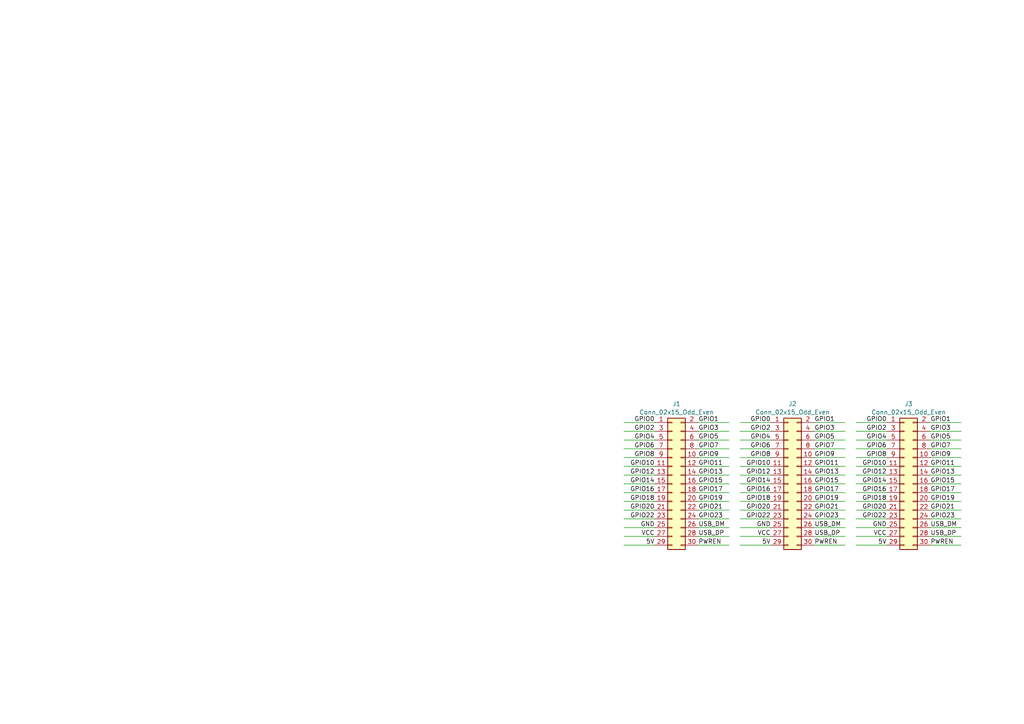
<source format=kicad_sch>
(kicad_sch (version 20230121) (generator eeschema)

  (uuid 6d75e1fe-ed6d-4a3e-b567-8f738e081ac6)

  (paper "A4")

  (lib_symbols
    (symbol "Connector_Generic:Conn_02x15_Odd_Even" (pin_names (offset 1.016) hide) (in_bom yes) (on_board yes)
      (property "Reference" "J" (at 1.27 20.32 0)
        (effects (font (size 1.27 1.27)))
      )
      (property "Value" "Conn_02x15_Odd_Even" (at 1.27 -20.32 0)
        (effects (font (size 1.27 1.27)))
      )
      (property "Footprint" "" (at 0 0 0)
        (effects (font (size 1.27 1.27)) hide)
      )
      (property "Datasheet" "~" (at 0 0 0)
        (effects (font (size 1.27 1.27)) hide)
      )
      (property "ki_keywords" "connector" (at 0 0 0)
        (effects (font (size 1.27 1.27)) hide)
      )
      (property "ki_description" "Generic connector, double row, 02x15, odd/even pin numbering scheme (row 1 odd numbers, row 2 even numbers), script generated (kicad-library-utils/schlib/autogen/connector/)" (at 0 0 0)
        (effects (font (size 1.27 1.27)) hide)
      )
      (property "ki_fp_filters" "Connector*:*_2x??_*" (at 0 0 0)
        (effects (font (size 1.27 1.27)) hide)
      )
      (symbol "Conn_02x15_Odd_Even_1_1"
        (rectangle (start -1.27 -17.653) (end 0 -17.907)
          (stroke (width 0.1524) (type default))
          (fill (type none))
        )
        (rectangle (start -1.27 -15.113) (end 0 -15.367)
          (stroke (width 0.1524) (type default))
          (fill (type none))
        )
        (rectangle (start -1.27 -12.573) (end 0 -12.827)
          (stroke (width 0.1524) (type default))
          (fill (type none))
        )
        (rectangle (start -1.27 -10.033) (end 0 -10.287)
          (stroke (width 0.1524) (type default))
          (fill (type none))
        )
        (rectangle (start -1.27 -7.493) (end 0 -7.747)
          (stroke (width 0.1524) (type default))
          (fill (type none))
        )
        (rectangle (start -1.27 -4.953) (end 0 -5.207)
          (stroke (width 0.1524) (type default))
          (fill (type none))
        )
        (rectangle (start -1.27 -2.413) (end 0 -2.667)
          (stroke (width 0.1524) (type default))
          (fill (type none))
        )
        (rectangle (start -1.27 0.127) (end 0 -0.127)
          (stroke (width 0.1524) (type default))
          (fill (type none))
        )
        (rectangle (start -1.27 2.667) (end 0 2.413)
          (stroke (width 0.1524) (type default))
          (fill (type none))
        )
        (rectangle (start -1.27 5.207) (end 0 4.953)
          (stroke (width 0.1524) (type default))
          (fill (type none))
        )
        (rectangle (start -1.27 7.747) (end 0 7.493)
          (stroke (width 0.1524) (type default))
          (fill (type none))
        )
        (rectangle (start -1.27 10.287) (end 0 10.033)
          (stroke (width 0.1524) (type default))
          (fill (type none))
        )
        (rectangle (start -1.27 12.827) (end 0 12.573)
          (stroke (width 0.1524) (type default))
          (fill (type none))
        )
        (rectangle (start -1.27 15.367) (end 0 15.113)
          (stroke (width 0.1524) (type default))
          (fill (type none))
        )
        (rectangle (start -1.27 17.907) (end 0 17.653)
          (stroke (width 0.1524) (type default))
          (fill (type none))
        )
        (rectangle (start -1.27 19.05) (end 3.81 -19.05)
          (stroke (width 0.254) (type default))
          (fill (type background))
        )
        (rectangle (start 3.81 -17.653) (end 2.54 -17.907)
          (stroke (width 0.1524) (type default))
          (fill (type none))
        )
        (rectangle (start 3.81 -15.113) (end 2.54 -15.367)
          (stroke (width 0.1524) (type default))
          (fill (type none))
        )
        (rectangle (start 3.81 -12.573) (end 2.54 -12.827)
          (stroke (width 0.1524) (type default))
          (fill (type none))
        )
        (rectangle (start 3.81 -10.033) (end 2.54 -10.287)
          (stroke (width 0.1524) (type default))
          (fill (type none))
        )
        (rectangle (start 3.81 -7.493) (end 2.54 -7.747)
          (stroke (width 0.1524) (type default))
          (fill (type none))
        )
        (rectangle (start 3.81 -4.953) (end 2.54 -5.207)
          (stroke (width 0.1524) (type default))
          (fill (type none))
        )
        (rectangle (start 3.81 -2.413) (end 2.54 -2.667)
          (stroke (width 0.1524) (type default))
          (fill (type none))
        )
        (rectangle (start 3.81 0.127) (end 2.54 -0.127)
          (stroke (width 0.1524) (type default))
          (fill (type none))
        )
        (rectangle (start 3.81 2.667) (end 2.54 2.413)
          (stroke (width 0.1524) (type default))
          (fill (type none))
        )
        (rectangle (start 3.81 5.207) (end 2.54 4.953)
          (stroke (width 0.1524) (type default))
          (fill (type none))
        )
        (rectangle (start 3.81 7.747) (end 2.54 7.493)
          (stroke (width 0.1524) (type default))
          (fill (type none))
        )
        (rectangle (start 3.81 10.287) (end 2.54 10.033)
          (stroke (width 0.1524) (type default))
          (fill (type none))
        )
        (rectangle (start 3.81 12.827) (end 2.54 12.573)
          (stroke (width 0.1524) (type default))
          (fill (type none))
        )
        (rectangle (start 3.81 15.367) (end 2.54 15.113)
          (stroke (width 0.1524) (type default))
          (fill (type none))
        )
        (rectangle (start 3.81 17.907) (end 2.54 17.653)
          (stroke (width 0.1524) (type default))
          (fill (type none))
        )
        (pin passive line (at -5.08 17.78 0) (length 3.81)
          (name "Pin_1" (effects (font (size 1.27 1.27))))
          (number "1" (effects (font (size 1.27 1.27))))
        )
        (pin passive line (at 7.62 7.62 180) (length 3.81)
          (name "Pin_10" (effects (font (size 1.27 1.27))))
          (number "10" (effects (font (size 1.27 1.27))))
        )
        (pin passive line (at -5.08 5.08 0) (length 3.81)
          (name "Pin_11" (effects (font (size 1.27 1.27))))
          (number "11" (effects (font (size 1.27 1.27))))
        )
        (pin passive line (at 7.62 5.08 180) (length 3.81)
          (name "Pin_12" (effects (font (size 1.27 1.27))))
          (number "12" (effects (font (size 1.27 1.27))))
        )
        (pin passive line (at -5.08 2.54 0) (length 3.81)
          (name "Pin_13" (effects (font (size 1.27 1.27))))
          (number "13" (effects (font (size 1.27 1.27))))
        )
        (pin passive line (at 7.62 2.54 180) (length 3.81)
          (name "Pin_14" (effects (font (size 1.27 1.27))))
          (number "14" (effects (font (size 1.27 1.27))))
        )
        (pin passive line (at -5.08 0 0) (length 3.81)
          (name "Pin_15" (effects (font (size 1.27 1.27))))
          (number "15" (effects (font (size 1.27 1.27))))
        )
        (pin passive line (at 7.62 0 180) (length 3.81)
          (name "Pin_16" (effects (font (size 1.27 1.27))))
          (number "16" (effects (font (size 1.27 1.27))))
        )
        (pin passive line (at -5.08 -2.54 0) (length 3.81)
          (name "Pin_17" (effects (font (size 1.27 1.27))))
          (number "17" (effects (font (size 1.27 1.27))))
        )
        (pin passive line (at 7.62 -2.54 180) (length 3.81)
          (name "Pin_18" (effects (font (size 1.27 1.27))))
          (number "18" (effects (font (size 1.27 1.27))))
        )
        (pin passive line (at -5.08 -5.08 0) (length 3.81)
          (name "Pin_19" (effects (font (size 1.27 1.27))))
          (number "19" (effects (font (size 1.27 1.27))))
        )
        (pin passive line (at 7.62 17.78 180) (length 3.81)
          (name "Pin_2" (effects (font (size 1.27 1.27))))
          (number "2" (effects (font (size 1.27 1.27))))
        )
        (pin passive line (at 7.62 -5.08 180) (length 3.81)
          (name "Pin_20" (effects (font (size 1.27 1.27))))
          (number "20" (effects (font (size 1.27 1.27))))
        )
        (pin passive line (at -5.08 -7.62 0) (length 3.81)
          (name "Pin_21" (effects (font (size 1.27 1.27))))
          (number "21" (effects (font (size 1.27 1.27))))
        )
        (pin passive line (at 7.62 -7.62 180) (length 3.81)
          (name "Pin_22" (effects (font (size 1.27 1.27))))
          (number "22" (effects (font (size 1.27 1.27))))
        )
        (pin passive line (at -5.08 -10.16 0) (length 3.81)
          (name "Pin_23" (effects (font (size 1.27 1.27))))
          (number "23" (effects (font (size 1.27 1.27))))
        )
        (pin passive line (at 7.62 -10.16 180) (length 3.81)
          (name "Pin_24" (effects (font (size 1.27 1.27))))
          (number "24" (effects (font (size 1.27 1.27))))
        )
        (pin passive line (at -5.08 -12.7 0) (length 3.81)
          (name "Pin_25" (effects (font (size 1.27 1.27))))
          (number "25" (effects (font (size 1.27 1.27))))
        )
        (pin passive line (at 7.62 -12.7 180) (length 3.81)
          (name "Pin_26" (effects (font (size 1.27 1.27))))
          (number "26" (effects (font (size 1.27 1.27))))
        )
        (pin passive line (at -5.08 -15.24 0) (length 3.81)
          (name "Pin_27" (effects (font (size 1.27 1.27))))
          (number "27" (effects (font (size 1.27 1.27))))
        )
        (pin passive line (at 7.62 -15.24 180) (length 3.81)
          (name "Pin_28" (effects (font (size 1.27 1.27))))
          (number "28" (effects (font (size 1.27 1.27))))
        )
        (pin passive line (at -5.08 -17.78 0) (length 3.81)
          (name "Pin_29" (effects (font (size 1.27 1.27))))
          (number "29" (effects (font (size 1.27 1.27))))
        )
        (pin passive line (at -5.08 15.24 0) (length 3.81)
          (name "Pin_3" (effects (font (size 1.27 1.27))))
          (number "3" (effects (font (size 1.27 1.27))))
        )
        (pin passive line (at 7.62 -17.78 180) (length 3.81)
          (name "Pin_30" (effects (font (size 1.27 1.27))))
          (number "30" (effects (font (size 1.27 1.27))))
        )
        (pin passive line (at 7.62 15.24 180) (length 3.81)
          (name "Pin_4" (effects (font (size 1.27 1.27))))
          (number "4" (effects (font (size 1.27 1.27))))
        )
        (pin passive line (at -5.08 12.7 0) (length 3.81)
          (name "Pin_5" (effects (font (size 1.27 1.27))))
          (number "5" (effects (font (size 1.27 1.27))))
        )
        (pin passive line (at 7.62 12.7 180) (length 3.81)
          (name "Pin_6" (effects (font (size 1.27 1.27))))
          (number "6" (effects (font (size 1.27 1.27))))
        )
        (pin passive line (at -5.08 10.16 0) (length 3.81)
          (name "Pin_7" (effects (font (size 1.27 1.27))))
          (number "7" (effects (font (size 1.27 1.27))))
        )
        (pin passive line (at 7.62 10.16 180) (length 3.81)
          (name "Pin_8" (effects (font (size 1.27 1.27))))
          (number "8" (effects (font (size 1.27 1.27))))
        )
        (pin passive line (at -5.08 7.62 0) (length 3.81)
          (name "Pin_9" (effects (font (size 1.27 1.27))))
          (number "9" (effects (font (size 1.27 1.27))))
        )
      )
    )
  )


  (wire (pts (xy 236.22 145.415) (xy 245.11 145.415))
    (stroke (width 0) (type default))
    (uuid 008c4758-e2b7-45b6-b178-fd486f2ebf80)
  )
  (wire (pts (xy 180.975 140.335) (xy 189.865 140.335))
    (stroke (width 0) (type default))
    (uuid 00c6cb26-d8c6-4ea1-a4ed-f7259efb967f)
  )
  (wire (pts (xy 180.975 127.635) (xy 189.865 127.635))
    (stroke (width 0) (type default))
    (uuid 03005d06-bf67-4f65-b3e6-b316e59faaca)
  )
  (wire (pts (xy 180.975 155.575) (xy 189.865 155.575))
    (stroke (width 0) (type default))
    (uuid 043259ac-7ebd-474d-bd7f-c0eef3925ed4)
  )
  (wire (pts (xy 269.875 147.955) (xy 278.765 147.955))
    (stroke (width 0) (type default))
    (uuid 09e757a3-807d-445b-ac70-ea5df31c8bd1)
  )
  (wire (pts (xy 202.565 145.415) (xy 211.455 145.415))
    (stroke (width 0) (type default))
    (uuid 0a922960-1b06-4bcd-8c9c-84e3f730192d)
  )
  (wire (pts (xy 202.565 147.955) (xy 211.455 147.955))
    (stroke (width 0) (type default))
    (uuid 0b7b1f0c-73d2-4729-8d74-82ec897bf41b)
  )
  (wire (pts (xy 214.63 125.095) (xy 223.52 125.095))
    (stroke (width 0) (type default))
    (uuid 0f0c3a4c-e2db-43c1-95b6-c2be9002aff6)
  )
  (wire (pts (xy 248.285 125.095) (xy 257.175 125.095))
    (stroke (width 0) (type default))
    (uuid 105dffe3-874b-4f51-beaa-ca3159e4d121)
  )
  (wire (pts (xy 269.875 137.795) (xy 278.765 137.795))
    (stroke (width 0) (type default))
    (uuid 10e9b8b1-013d-4ef6-b557-ae5c4ae1dcdc)
  )
  (wire (pts (xy 236.22 137.795) (xy 245.11 137.795))
    (stroke (width 0) (type default))
    (uuid 1227d8ef-7f52-40b5-9ff0-d4065fa9dee2)
  )
  (wire (pts (xy 269.875 125.095) (xy 278.765 125.095))
    (stroke (width 0) (type default))
    (uuid 14db3a04-09af-41f9-b93b-51de73af9457)
  )
  (wire (pts (xy 180.975 137.795) (xy 189.865 137.795))
    (stroke (width 0) (type default))
    (uuid 1548df38-1ecb-4885-a0e7-43c9fc28de8e)
  )
  (wire (pts (xy 248.285 137.795) (xy 257.175 137.795))
    (stroke (width 0) (type default))
    (uuid 17f3257d-bda6-4b04-9190-51066479ca6e)
  )
  (wire (pts (xy 202.565 130.175) (xy 211.455 130.175))
    (stroke (width 0) (type default))
    (uuid 19891853-f00a-4afd-b616-52100d9c8b89)
  )
  (wire (pts (xy 269.875 135.255) (xy 278.765 135.255))
    (stroke (width 0) (type default))
    (uuid 1a8c623f-2327-42c7-bb83-ed44fbccb2fc)
  )
  (wire (pts (xy 180.975 158.115) (xy 189.865 158.115))
    (stroke (width 0) (type default))
    (uuid 1e49edee-2ffe-4747-95ef-b9b31beec397)
  )
  (wire (pts (xy 214.63 137.795) (xy 223.52 137.795))
    (stroke (width 0) (type default))
    (uuid 1e56a8c1-0660-4b5d-b299-03547f501205)
  )
  (wire (pts (xy 248.285 142.875) (xy 257.175 142.875))
    (stroke (width 0) (type default))
    (uuid 20518732-85dd-4ed8-8d1f-3bd004abf44d)
  )
  (wire (pts (xy 214.63 127.635) (xy 223.52 127.635))
    (stroke (width 0) (type default))
    (uuid 27479d73-d8d8-4866-90ff-d4ce9bd7391c)
  )
  (wire (pts (xy 269.875 132.715) (xy 278.765 132.715))
    (stroke (width 0) (type default))
    (uuid 2749dc78-489f-418d-a0b6-3f10d0381b5a)
  )
  (wire (pts (xy 180.975 130.175) (xy 189.865 130.175))
    (stroke (width 0) (type default))
    (uuid 27a5d0a0-9df6-44fd-9e3c-0fc65a579fa2)
  )
  (wire (pts (xy 236.22 132.715) (xy 245.11 132.715))
    (stroke (width 0) (type default))
    (uuid 2d44b03f-0ec8-470f-8614-7d3bfe1aa21c)
  )
  (wire (pts (xy 214.63 135.255) (xy 223.52 135.255))
    (stroke (width 0) (type default))
    (uuid 300c59b5-6c14-4399-8b22-2c9c8519357d)
  )
  (wire (pts (xy 248.285 155.575) (xy 257.175 155.575))
    (stroke (width 0) (type default))
    (uuid 30a371d6-0363-48a3-aa3d-5c73d90075ca)
  )
  (wire (pts (xy 180.975 145.415) (xy 189.865 145.415))
    (stroke (width 0) (type default))
    (uuid 31e01f02-fc68-4726-89e7-8b236ebbe87c)
  )
  (wire (pts (xy 248.285 122.555) (xy 257.175 122.555))
    (stroke (width 0) (type default))
    (uuid 3b7364db-a50e-4b0e-9a27-1ec147faff66)
  )
  (wire (pts (xy 180.975 150.495) (xy 189.865 150.495))
    (stroke (width 0) (type default))
    (uuid 3b7a803e-6b56-4152-9a65-a4f1e82ae3b4)
  )
  (wire (pts (xy 236.22 125.095) (xy 245.11 125.095))
    (stroke (width 0) (type default))
    (uuid 3d888059-e213-4897-a84c-33209d17ee71)
  )
  (wire (pts (xy 269.875 122.555) (xy 278.765 122.555))
    (stroke (width 0) (type default))
    (uuid 3fa61e71-292f-4dea-af42-35b9174b5282)
  )
  (wire (pts (xy 180.975 147.955) (xy 189.865 147.955))
    (stroke (width 0) (type default))
    (uuid 4215b26d-cb9d-41e5-b29d-ce8bccd30053)
  )
  (wire (pts (xy 202.565 153.035) (xy 211.455 153.035))
    (stroke (width 0) (type default))
    (uuid 42448964-d62a-4ab5-8846-73df0e584021)
  )
  (wire (pts (xy 180.975 142.875) (xy 189.865 142.875))
    (stroke (width 0) (type default))
    (uuid 437ab72d-6563-4a37-8b1c-8f337bf1925c)
  )
  (wire (pts (xy 202.565 127.635) (xy 211.455 127.635))
    (stroke (width 0) (type default))
    (uuid 445378c6-8f9c-41c9-be21-aac465382911)
  )
  (wire (pts (xy 236.22 142.875) (xy 245.11 142.875))
    (stroke (width 0) (type default))
    (uuid 44751da6-0971-4e41-9d18-2b284249a479)
  )
  (wire (pts (xy 236.22 153.035) (xy 245.11 153.035))
    (stroke (width 0) (type default))
    (uuid 4499f6d2-0dc6-4858-8fab-a37f09e5d0ac)
  )
  (wire (pts (xy 236.22 155.575) (xy 245.11 155.575))
    (stroke (width 0) (type default))
    (uuid 4edba23e-c38a-4d54-8f29-059b2f3de6af)
  )
  (wire (pts (xy 248.285 135.255) (xy 257.175 135.255))
    (stroke (width 0) (type default))
    (uuid 524e3c95-8811-4660-b2a2-ccdf935da0a8)
  )
  (wire (pts (xy 202.565 137.795) (xy 211.455 137.795))
    (stroke (width 0) (type default))
    (uuid 5664aa39-c3a1-497e-a4a9-a5d2b3e6a5b3)
  )
  (wire (pts (xy 214.63 122.555) (xy 223.52 122.555))
    (stroke (width 0) (type default))
    (uuid 6019d1d1-7515-4a97-ae37-0cc834e6891a)
  )
  (wire (pts (xy 236.22 158.115) (xy 245.11 158.115))
    (stroke (width 0) (type default))
    (uuid 606a7ae3-0f42-4ce9-834e-bc53b279e922)
  )
  (wire (pts (xy 180.975 132.715) (xy 189.865 132.715))
    (stroke (width 0) (type default))
    (uuid 62570abb-3074-43d8-b630-8f0e11093a51)
  )
  (wire (pts (xy 202.565 135.255) (xy 211.455 135.255))
    (stroke (width 0) (type default))
    (uuid 641e1b86-7df9-4a58-a6e0-5e38c68d238c)
  )
  (wire (pts (xy 248.285 158.115) (xy 257.175 158.115))
    (stroke (width 0) (type default))
    (uuid 64fc724a-1276-43b8-be65-e3ad331db378)
  )
  (wire (pts (xy 269.875 153.035) (xy 278.765 153.035))
    (stroke (width 0) (type default))
    (uuid 65a19350-c461-4f54-b402-7bdf5a971fb2)
  )
  (wire (pts (xy 214.63 158.115) (xy 223.52 158.115))
    (stroke (width 0) (type default))
    (uuid 6cf860ff-422b-4a20-8170-c82afcbb0a36)
  )
  (wire (pts (xy 202.565 158.115) (xy 211.455 158.115))
    (stroke (width 0) (type default))
    (uuid 6d3e3fb9-26c5-4952-9c7f-1a42698363ee)
  )
  (wire (pts (xy 236.22 135.255) (xy 245.11 135.255))
    (stroke (width 0) (type default))
    (uuid 71b2bb34-d79e-4045-bcfa-cbe01feab281)
  )
  (wire (pts (xy 269.875 158.115) (xy 278.765 158.115))
    (stroke (width 0) (type default))
    (uuid 72871d46-e762-49be-81de-bca9cbe3a7aa)
  )
  (wire (pts (xy 269.875 145.415) (xy 278.765 145.415))
    (stroke (width 0) (type default))
    (uuid 760cfa3a-0dc2-4dda-ade2-f6d1a60b0687)
  )
  (wire (pts (xy 236.22 147.955) (xy 245.11 147.955))
    (stroke (width 0) (type default))
    (uuid 7a4256bf-1811-470a-adb3-ed22a8936064)
  )
  (wire (pts (xy 202.565 150.495) (xy 211.455 150.495))
    (stroke (width 0) (type default))
    (uuid 808a72e1-caee-4dd0-b9ed-31026c48923d)
  )
  (wire (pts (xy 248.285 130.175) (xy 257.175 130.175))
    (stroke (width 0) (type default))
    (uuid 81e643f9-5cd1-4a16-84ec-58841c8c4604)
  )
  (wire (pts (xy 180.975 135.255) (xy 189.865 135.255))
    (stroke (width 0) (type default))
    (uuid 83415129-d538-416f-8461-dd7fed6f5db2)
  )
  (wire (pts (xy 214.63 142.875) (xy 223.52 142.875))
    (stroke (width 0) (type default))
    (uuid 83b0a8af-2bd8-459e-9719-88cf69b65481)
  )
  (wire (pts (xy 248.285 132.715) (xy 257.175 132.715))
    (stroke (width 0) (type default))
    (uuid 88080631-7c0f-45a8-8800-3743d97b8ee8)
  )
  (wire (pts (xy 248.285 150.495) (xy 257.175 150.495))
    (stroke (width 0) (type default))
    (uuid 896e590a-0ec0-46f6-8e15-458b72cdf33a)
  )
  (wire (pts (xy 180.975 125.095) (xy 189.865 125.095))
    (stroke (width 0) (type default))
    (uuid 8a9910c6-d326-40c7-9c8e-1042d8e10ad3)
  )
  (wire (pts (xy 180.975 153.035) (xy 189.865 153.035))
    (stroke (width 0) (type default))
    (uuid 8ac2835b-e811-4d7e-b380-59d4d4ebd8a7)
  )
  (wire (pts (xy 248.285 140.335) (xy 257.175 140.335))
    (stroke (width 0) (type default))
    (uuid 8cba76bb-c21f-489b-8d9d-537ec6fe14da)
  )
  (wire (pts (xy 269.875 142.875) (xy 278.765 142.875))
    (stroke (width 0) (type default))
    (uuid 916cf654-586b-4163-a152-4bec3cb37a0b)
  )
  (wire (pts (xy 269.875 155.575) (xy 278.765 155.575))
    (stroke (width 0) (type default))
    (uuid 98ff90a9-f81f-43bc-83c5-34246bf9e077)
  )
  (wire (pts (xy 202.565 132.715) (xy 211.455 132.715))
    (stroke (width 0) (type default))
    (uuid 998ce977-ce10-41a4-a410-92f36c255c9a)
  )
  (wire (pts (xy 214.63 132.715) (xy 223.52 132.715))
    (stroke (width 0) (type default))
    (uuid 99c5c909-c8a0-46aa-899e-733434aca3c2)
  )
  (wire (pts (xy 214.63 155.575) (xy 223.52 155.575))
    (stroke (width 0) (type default))
    (uuid 9b320b04-3fdb-44db-afbf-65018d63edf8)
  )
  (wire (pts (xy 236.22 150.495) (xy 245.11 150.495))
    (stroke (width 0) (type default))
    (uuid aaedbfba-cffe-417c-ab07-c57c1a2996df)
  )
  (wire (pts (xy 214.63 147.955) (xy 223.52 147.955))
    (stroke (width 0) (type default))
    (uuid ac0ed416-0f62-49f2-8f7f-8f09b82ef9f2)
  )
  (wire (pts (xy 236.22 130.175) (xy 245.11 130.175))
    (stroke (width 0) (type default))
    (uuid ae9c6ff1-35e1-4651-89d1-c45675e35722)
  )
  (wire (pts (xy 248.285 147.955) (xy 257.175 147.955))
    (stroke (width 0) (type default))
    (uuid b213098a-0208-46c5-a942-3dedf6fc6864)
  )
  (wire (pts (xy 248.285 145.415) (xy 257.175 145.415))
    (stroke (width 0) (type default))
    (uuid b342d353-81a7-469f-b5b1-8baabb6863f8)
  )
  (wire (pts (xy 202.565 122.555) (xy 211.455 122.555))
    (stroke (width 0) (type default))
    (uuid b546d46b-3281-4be3-ac09-cb945fcc2085)
  )
  (wire (pts (xy 269.875 130.175) (xy 278.765 130.175))
    (stroke (width 0) (type default))
    (uuid b8c87ac7-59a7-428b-93dd-6814ee963f4a)
  )
  (wire (pts (xy 202.565 125.095) (xy 211.455 125.095))
    (stroke (width 0) (type default))
    (uuid bda73bfd-78b4-4bf8-bdae-3e15ba9c8f0e)
  )
  (wire (pts (xy 202.565 142.875) (xy 211.455 142.875))
    (stroke (width 0) (type default))
    (uuid c23515cd-4782-4fc7-8512-6beea0569273)
  )
  (wire (pts (xy 248.285 127.635) (xy 257.175 127.635))
    (stroke (width 0) (type default))
    (uuid c4bc8ac2-0239-4670-9473-f3ba55f65977)
  )
  (wire (pts (xy 269.875 150.495) (xy 278.765 150.495))
    (stroke (width 0) (type default))
    (uuid cd42f91a-65d2-481f-80c7-988838cf6c5c)
  )
  (wire (pts (xy 214.63 140.335) (xy 223.52 140.335))
    (stroke (width 0) (type default))
    (uuid cf06fc5c-3b2b-4d07-b5bd-1c2fd060c665)
  )
  (wire (pts (xy 214.63 153.035) (xy 223.52 153.035))
    (stroke (width 0) (type default))
    (uuid cfe3547a-6a5b-4f72-88bc-8244cb06e37c)
  )
  (wire (pts (xy 236.22 127.635) (xy 245.11 127.635))
    (stroke (width 0) (type default))
    (uuid d08bb1a7-ca50-4d12-a101-4e9e9aae4ecb)
  )
  (wire (pts (xy 269.875 127.635) (xy 278.765 127.635))
    (stroke (width 0) (type default))
    (uuid d225f70c-0a2f-4c86-a89c-5a951e62a348)
  )
  (wire (pts (xy 202.565 155.575) (xy 211.455 155.575))
    (stroke (width 0) (type default))
    (uuid d578e2b3-a9bf-4b6e-bd6e-bffe16503e91)
  )
  (wire (pts (xy 248.285 153.035) (xy 257.175 153.035))
    (stroke (width 0) (type default))
    (uuid d8e2d354-c6a6-433d-927d-b2ef553b511f)
  )
  (wire (pts (xy 236.22 140.335) (xy 245.11 140.335))
    (stroke (width 0) (type default))
    (uuid dbbef8d8-2a06-4755-a8ab-4ae5c6058497)
  )
  (wire (pts (xy 214.63 130.175) (xy 223.52 130.175))
    (stroke (width 0) (type default))
    (uuid df2ad5f6-e831-49ee-8647-7bdd7721c4ff)
  )
  (wire (pts (xy 214.63 145.415) (xy 223.52 145.415))
    (stroke (width 0) (type default))
    (uuid e259fce6-c1c4-400c-9c9f-b7e7ace29ddc)
  )
  (wire (pts (xy 236.22 122.555) (xy 245.11 122.555))
    (stroke (width 0) (type default))
    (uuid e42758e5-3c27-48a2-bb12-4d19dea47977)
  )
  (wire (pts (xy 269.875 140.335) (xy 278.765 140.335))
    (stroke (width 0) (type default))
    (uuid f30f7b08-3b01-42f6-93a3-a477d46491fd)
  )
  (wire (pts (xy 214.63 150.495) (xy 223.52 150.495))
    (stroke (width 0) (type default))
    (uuid fb33276c-fa46-4d01-947d-b30294eefbad)
  )
  (wire (pts (xy 202.565 140.335) (xy 211.455 140.335))
    (stroke (width 0) (type default))
    (uuid fc5fdbb1-92c7-4b0f-a6a6-b8890e4b6cd1)
  )
  (wire (pts (xy 180.975 122.555) (xy 189.865 122.555))
    (stroke (width 0) (type default))
    (uuid fce76f7b-06f2-4344-920e-fb942d696439)
  )

  (label "VCC" (at 223.52 155.575 180) (fields_autoplaced)
    (effects (font (size 1.27 1.27)) (justify right bottom))
    (uuid 0140d1f8-8bfa-4463-8c74-52671e03451a)
  )
  (label "PWREN" (at 269.875 158.115 0) (fields_autoplaced)
    (effects (font (size 1.27 1.27)) (justify left bottom))
    (uuid 0298a476-0fdb-423a-bb71-c06dfac090a6)
  )
  (label "GPIO13" (at 202.565 137.795 0) (fields_autoplaced)
    (effects (font (size 1.27 1.27)) (justify left bottom))
    (uuid 041aceb8-b954-4ac1-aa91-c9333de8721d)
  )
  (label "USB_DM" (at 269.875 153.035 0) (fields_autoplaced)
    (effects (font (size 1.27 1.27)) (justify left bottom))
    (uuid 04e6f4e8-e505-476e-a41a-9288f69fcb49)
  )
  (label "GPIO15" (at 269.875 140.335 0) (fields_autoplaced)
    (effects (font (size 1.27 1.27)) (justify left bottom))
    (uuid 09dc85b1-cc9c-429a-85b8-346593ab9586)
  )
  (label "GPIO20" (at 189.865 147.955 180) (fields_autoplaced)
    (effects (font (size 1.27 1.27)) (justify right bottom))
    (uuid 09f6d55d-7488-4287-b9c0-6d44546db9f4)
  )
  (label "GPIO7" (at 269.875 130.175 0) (fields_autoplaced)
    (effects (font (size 1.27 1.27)) (justify left bottom))
    (uuid 0a981165-8e7b-4df2-9e70-0fd023ebf400)
  )
  (label "GPIO16" (at 189.865 142.875 180) (fields_autoplaced)
    (effects (font (size 1.27 1.27)) (justify right bottom))
    (uuid 0f2d2eed-f945-429b-927f-e17a5b215ae2)
  )
  (label "GPIO9" (at 236.22 132.715 0) (fields_autoplaced)
    (effects (font (size 1.27 1.27)) (justify left bottom))
    (uuid 0fa88013-aa2d-4a7c-aaa9-2f0fd0474d9f)
  )
  (label "GPIO14" (at 223.52 140.335 180) (fields_autoplaced)
    (effects (font (size 1.27 1.27)) (justify right bottom))
    (uuid 140c1d06-45b4-49cc-ac91-bf4190897aa0)
  )
  (label "GPIO6" (at 257.175 130.175 180) (fields_autoplaced)
    (effects (font (size 1.27 1.27)) (justify right bottom))
    (uuid 183e95d9-7d92-48ee-b30a-20ec57093fe7)
  )
  (label "GPIO11" (at 269.875 135.255 0) (fields_autoplaced)
    (effects (font (size 1.27 1.27)) (justify left bottom))
    (uuid 1f628a49-6bc6-4dfb-afaa-ead971309a5f)
  )
  (label "GPIO2" (at 189.865 125.095 180) (fields_autoplaced)
    (effects (font (size 1.27 1.27)) (justify right bottom))
    (uuid 208e866e-89ad-49e8-87fa-019a5e882782)
  )
  (label "GPIO19" (at 202.565 145.415 0) (fields_autoplaced)
    (effects (font (size 1.27 1.27)) (justify left bottom))
    (uuid 225dba48-edf3-46a3-8b29-6f39cc7632ed)
  )
  (label "GPIO18" (at 257.175 145.415 180) (fields_autoplaced)
    (effects (font (size 1.27 1.27)) (justify right bottom))
    (uuid 2a96b661-222e-4f97-bc6f-1c82a9f1b560)
  )
  (label "GPIO14" (at 189.865 140.335 180) (fields_autoplaced)
    (effects (font (size 1.27 1.27)) (justify right bottom))
    (uuid 2d34afd5-a7a6-42ea-bd95-cc3ec9ce21f7)
  )
  (label "GPIO10" (at 257.175 135.255 180) (fields_autoplaced)
    (effects (font (size 1.27 1.27)) (justify right bottom))
    (uuid 2df672cb-ea42-4d02-86ce-18297d840dd3)
  )
  (label "GPIO2" (at 257.175 125.095 180) (fields_autoplaced)
    (effects (font (size 1.27 1.27)) (justify right bottom))
    (uuid 2e07a700-dbb3-45b5-b056-0ff563bde969)
  )
  (label "GPIO13" (at 236.22 137.795 0) (fields_autoplaced)
    (effects (font (size 1.27 1.27)) (justify left bottom))
    (uuid 2f6690c6-287c-4668-9edd-8ff823f70943)
  )
  (label "GPIO23" (at 236.22 150.495 0) (fields_autoplaced)
    (effects (font (size 1.27 1.27)) (justify left bottom))
    (uuid 2fa22743-bd4e-49ed-b8a6-746a178a5df2)
  )
  (label "GPIO4" (at 223.52 127.635 180) (fields_autoplaced)
    (effects (font (size 1.27 1.27)) (justify right bottom))
    (uuid 3303855c-37b9-419e-8ef4-32bc91172a15)
  )
  (label "GPIO5" (at 202.565 127.635 0) (fields_autoplaced)
    (effects (font (size 1.27 1.27)) (justify left bottom))
    (uuid 35bd5a96-41e5-48af-8367-3d1d402459d1)
  )
  (label "GPIO11" (at 236.22 135.255 0) (fields_autoplaced)
    (effects (font (size 1.27 1.27)) (justify left bottom))
    (uuid 38289c27-5185-49fb-9c4e-eff16843e907)
  )
  (label "5V" (at 257.175 158.115 180) (fields_autoplaced)
    (effects (font (size 1.27 1.27)) (justify right bottom))
    (uuid 38f5ff2e-2b0f-47ee-a94a-06b3385781e4)
  )
  (label "GPIO13" (at 269.875 137.795 0) (fields_autoplaced)
    (effects (font (size 1.27 1.27)) (justify left bottom))
    (uuid 3b6df799-d4a1-49d1-8f40-c6dbcffbbaf8)
  )
  (label "GPIO14" (at 257.175 140.335 180) (fields_autoplaced)
    (effects (font (size 1.27 1.27)) (justify right bottom))
    (uuid 3d0ccf5c-b772-47d8-bc68-10e5b747b8e0)
  )
  (label "5V" (at 223.52 158.115 180) (fields_autoplaced)
    (effects (font (size 1.27 1.27)) (justify right bottom))
    (uuid 41e4827d-2f26-45d5-b53d-235b95de5200)
  )
  (label "GPIO5" (at 269.875 127.635 0) (fields_autoplaced)
    (effects (font (size 1.27 1.27)) (justify left bottom))
    (uuid 44037a2a-f6d5-4428-be0b-81973334345b)
  )
  (label "GPIO8" (at 223.52 132.715 180) (fields_autoplaced)
    (effects (font (size 1.27 1.27)) (justify right bottom))
    (uuid 4a6c72cb-7123-4814-b7a0-d6df41acfd3b)
  )
  (label "GPIO23" (at 269.875 150.495 0) (fields_autoplaced)
    (effects (font (size 1.27 1.27)) (justify left bottom))
    (uuid 4a815a15-fcdd-4fa4-b81f-22eb517ba021)
  )
  (label "GND" (at 257.175 153.035 180) (fields_autoplaced)
    (effects (font (size 1.27 1.27)) (justify right bottom))
    (uuid 4b89697a-9a1e-4d5f-a6bd-f6a292ddcac4)
  )
  (label "GPIO19" (at 236.22 145.415 0) (fields_autoplaced)
    (effects (font (size 1.27 1.27)) (justify left bottom))
    (uuid 5045028c-38bc-4ea1-bb91-8ba5dd8ff923)
  )
  (label "VCC" (at 189.865 155.575 180) (fields_autoplaced)
    (effects (font (size 1.27 1.27)) (justify right bottom))
    (uuid 508aed75-ef5c-46df-9687-93b33983e892)
  )
  (label "GPIO22" (at 223.52 150.495 180) (fields_autoplaced)
    (effects (font (size 1.27 1.27)) (justify right bottom))
    (uuid 52f8a04e-8310-4a5a-8316-52a8f82775e1)
  )
  (label "GPIO3" (at 202.565 125.095 0) (fields_autoplaced)
    (effects (font (size 1.27 1.27)) (justify left bottom))
    (uuid 5b3dd9cc-6f5a-4ed7-aa0b-fcf275251c9b)
  )
  (label "GPIO12" (at 189.865 137.795 180) (fields_autoplaced)
    (effects (font (size 1.27 1.27)) (justify right bottom))
    (uuid 604974a8-4063-4f1f-9dd8-663bf32849c1)
  )
  (label "USB_DM" (at 236.22 153.035 0) (fields_autoplaced)
    (effects (font (size 1.27 1.27)) (justify left bottom))
    (uuid 626ca65d-d1c1-4b94-b6c0-24ec3143f123)
  )
  (label "GPIO22" (at 189.865 150.495 180) (fields_autoplaced)
    (effects (font (size 1.27 1.27)) (justify right bottom))
    (uuid 64e68d86-ce5f-4c0e-a9ee-9cc0c3786588)
  )
  (label "GPIO1" (at 236.22 122.555 0) (fields_autoplaced)
    (effects (font (size 1.27 1.27)) (justify left bottom))
    (uuid 650911c0-a77f-432c-a65c-14df8ec55b11)
  )
  (label "GPIO1" (at 269.875 122.555 0) (fields_autoplaced)
    (effects (font (size 1.27 1.27)) (justify left bottom))
    (uuid 652589a7-fee4-4c78-b14d-dbdb580075e1)
  )
  (label "GPIO17" (at 269.875 142.875 0) (fields_autoplaced)
    (effects (font (size 1.27 1.27)) (justify left bottom))
    (uuid 659f49db-8bf3-443c-83e1-967c8c2392d9)
  )
  (label "GPIO20" (at 223.52 147.955 180) (fields_autoplaced)
    (effects (font (size 1.27 1.27)) (justify right bottom))
    (uuid 6c410d7a-89c0-4626-bebf-9698b14b409f)
  )
  (label "GPIO17" (at 202.565 142.875 0) (fields_autoplaced)
    (effects (font (size 1.27 1.27)) (justify left bottom))
    (uuid 6d8253dd-fd54-431e-b401-b0e0c5dfd446)
  )
  (label "GPIO22" (at 257.175 150.495 180) (fields_autoplaced)
    (effects (font (size 1.27 1.27)) (justify right bottom))
    (uuid 6e2de6f0-6112-418f-aef7-1352a214c609)
  )
  (label "GPIO23" (at 202.565 150.495 0) (fields_autoplaced)
    (effects (font (size 1.27 1.27)) (justify left bottom))
    (uuid 6fb48c10-4ee6-4520-b232-6bb1c8d85ac5)
  )
  (label "5V" (at 189.865 158.115 180) (fields_autoplaced)
    (effects (font (size 1.27 1.27)) (justify right bottom))
    (uuid 72e930b4-c06b-4760-82ef-5a0ffbe9f8c2)
  )
  (label "GND" (at 223.52 153.035 180) (fields_autoplaced)
    (effects (font (size 1.27 1.27)) (justify right bottom))
    (uuid 73fd6be4-9840-4720-8784-32f6117976b4)
  )
  (label "GPIO0" (at 223.52 122.555 180) (fields_autoplaced)
    (effects (font (size 1.27 1.27)) (justify right bottom))
    (uuid 7a9eced1-c0a0-4692-8117-c04590be505c)
  )
  (label "USB_DP" (at 202.565 155.575 0) (fields_autoplaced)
    (effects (font (size 1.27 1.27)) (justify left bottom))
    (uuid 7f7d2e5c-006f-452c-8bbe-1f38e40b57f2)
  )
  (label "GPIO17" (at 236.22 142.875 0) (fields_autoplaced)
    (effects (font (size 1.27 1.27)) (justify left bottom))
    (uuid 7fc627c3-acfb-4deb-92a3-9690c92f7f0b)
  )
  (label "GPIO8" (at 257.175 132.715 180) (fields_autoplaced)
    (effects (font (size 1.27 1.27)) (justify right bottom))
    (uuid 862bfe73-2843-472f-abce-bdefa0ed6ffb)
  )
  (label "GPIO1" (at 202.565 122.555 0) (fields_autoplaced)
    (effects (font (size 1.27 1.27)) (justify left bottom))
    (uuid 86a28c8e-0c2d-4248-8b0c-093f4eb971ab)
  )
  (label "USB_DP" (at 269.875 155.575 0) (fields_autoplaced)
    (effects (font (size 1.27 1.27)) (justify left bottom))
    (uuid 8f25355c-bf3c-4e59-9b4a-50633627bb88)
  )
  (label "GPIO4" (at 257.175 127.635 180) (fields_autoplaced)
    (effects (font (size 1.27 1.27)) (justify right bottom))
    (uuid 91febcc1-7672-40e3-a7ee-c149da268c9d)
  )
  (label "GPIO20" (at 257.175 147.955 180) (fields_autoplaced)
    (effects (font (size 1.27 1.27)) (justify right bottom))
    (uuid 92b1c034-3a91-443b-a9a4-934818c51142)
  )
  (label "GPIO16" (at 223.52 142.875 180) (fields_autoplaced)
    (effects (font (size 1.27 1.27)) (justify right bottom))
    (uuid 9a8f7622-9eba-451d-ab89-c6d74e260de1)
  )
  (label "GPIO8" (at 189.865 132.715 180) (fields_autoplaced)
    (effects (font (size 1.27 1.27)) (justify right bottom))
    (uuid 9f88c0ce-e0f2-414e-9a61-896bf8b89cca)
  )
  (label "GPIO6" (at 189.865 130.175 180) (fields_autoplaced)
    (effects (font (size 1.27 1.27)) (justify right bottom))
    (uuid a6eb06f6-b81d-48eb-8d3d-f4845edc49ee)
  )
  (label "GPIO3" (at 236.22 125.095 0) (fields_autoplaced)
    (effects (font (size 1.27 1.27)) (justify left bottom))
    (uuid a94441a8-7b4f-4934-a562-6b1fec967100)
  )
  (label "GPIO15" (at 236.22 140.335 0) (fields_autoplaced)
    (effects (font (size 1.27 1.27)) (justify left bottom))
    (uuid ae6a664a-bfd7-47c1-a2e7-f4f05c4847b1)
  )
  (label "VCC" (at 257.175 155.575 180) (fields_autoplaced)
    (effects (font (size 1.27 1.27)) (justify right bottom))
    (uuid aee90c12-6dcd-4f49-b339-0e02771ac0a2)
  )
  (label "USB_DM" (at 202.565 153.035 0) (fields_autoplaced)
    (effects (font (size 1.27 1.27)) (justify left bottom))
    (uuid b11eb5f4-9303-4c2c-908b-824ea17c40b4)
  )
  (label "GPIO21" (at 269.875 147.955 0) (fields_autoplaced)
    (effects (font (size 1.27 1.27)) (justify left bottom))
    (uuid b281ca67-4686-471d-861a-f923ad96e306)
  )
  (label "GPIO18" (at 223.52 145.415 180) (fields_autoplaced)
    (effects (font (size 1.27 1.27)) (justify right bottom))
    (uuid b35576bf-dccc-44b6-9913-f4bc386af52c)
  )
  (label "GPIO0" (at 257.175 122.555 180) (fields_autoplaced)
    (effects (font (size 1.27 1.27)) (justify right bottom))
    (uuid c1002c49-4547-407c-ac13-48a64b0eace2)
  )
  (label "GPIO3" (at 269.875 125.095 0) (fields_autoplaced)
    (effects (font (size 1.27 1.27)) (justify left bottom))
    (uuid c1d3a197-218d-4762-847c-078ba7c2a37d)
  )
  (label "PWREN" (at 202.565 158.115 0) (fields_autoplaced)
    (effects (font (size 1.27 1.27)) (justify left bottom))
    (uuid c2106fd4-7db7-43db-b4bf-ee99fbdb5525)
  )
  (label "GPIO21" (at 202.565 147.955 0) (fields_autoplaced)
    (effects (font (size 1.27 1.27)) (justify left bottom))
    (uuid c5c94ef5-63bc-4044-8b55-4ee9136902e4)
  )
  (label "GPIO21" (at 236.22 147.955 0) (fields_autoplaced)
    (effects (font (size 1.27 1.27)) (justify left bottom))
    (uuid c629b9d9-96cf-4045-896f-fe035f651f93)
  )
  (label "GPIO10" (at 223.52 135.255 180) (fields_autoplaced)
    (effects (font (size 1.27 1.27)) (justify right bottom))
    (uuid cd8b76b6-1324-460a-bbb4-838575f77e5c)
  )
  (label "GPIO7" (at 202.565 130.175 0) (fields_autoplaced)
    (effects (font (size 1.27 1.27)) (justify left bottom))
    (uuid ce12f3ea-bb5c-4959-a345-ebab0cc75562)
  )
  (label "GPIO12" (at 223.52 137.795 180) (fields_autoplaced)
    (effects (font (size 1.27 1.27)) (justify right bottom))
    (uuid cea9c507-c4c0-401e-acc3-e7f5d2283cc4)
  )
  (label "PWREN" (at 236.22 158.115 0) (fields_autoplaced)
    (effects (font (size 1.27 1.27)) (justify left bottom))
    (uuid cfe4caab-adb3-4573-b3ec-8e20eb296eca)
  )
  (label "GPIO9" (at 269.875 132.715 0) (fields_autoplaced)
    (effects (font (size 1.27 1.27)) (justify left bottom))
    (uuid d1bd49d0-a4bc-400c-86c9-010071b551df)
  )
  (label "GND" (at 189.865 153.035 180) (fields_autoplaced)
    (effects (font (size 1.27 1.27)) (justify right bottom))
    (uuid d38ee283-4d74-4b81-bf88-76a517cc5f08)
  )
  (label "GPIO9" (at 202.565 132.715 0) (fields_autoplaced)
    (effects (font (size 1.27 1.27)) (justify left bottom))
    (uuid db4d4e54-aea7-4b61-a79f-54ecd8abf498)
  )
  (label "GPIO12" (at 257.175 137.795 180) (fields_autoplaced)
    (effects (font (size 1.27 1.27)) (justify right bottom))
    (uuid dba83d9b-7d6b-4203-b611-6a9308be67f3)
  )
  (label "GPIO5" (at 236.22 127.635 0) (fields_autoplaced)
    (effects (font (size 1.27 1.27)) (justify left bottom))
    (uuid dc3c0b3c-4bf6-4bb0-8c41-729da23363e7)
  )
  (label "GPIO11" (at 202.565 135.255 0) (fields_autoplaced)
    (effects (font (size 1.27 1.27)) (justify left bottom))
    (uuid e0d36eac-5357-40a8-87f3-eec34b5d22a4)
  )
  (label "GPIO6" (at 223.52 130.175 180) (fields_autoplaced)
    (effects (font (size 1.27 1.27)) (justify right bottom))
    (uuid e221aa37-c1b0-4d43-aef3-73c1635dc333)
  )
  (label "GPIO10" (at 189.865 135.255 180) (fields_autoplaced)
    (effects (font (size 1.27 1.27)) (justify right bottom))
    (uuid e284a20c-9aa0-4872-b79d-ea57cb7aca4f)
  )
  (label "GPIO19" (at 269.875 145.415 0) (fields_autoplaced)
    (effects (font (size 1.27 1.27)) (justify left bottom))
    (uuid e3e78f65-285f-4b37-9d19-6823fe19b231)
  )
  (label "GPIO16" (at 257.175 142.875 180) (fields_autoplaced)
    (effects (font (size 1.27 1.27)) (justify right bottom))
    (uuid e4431add-04dc-48d2-9647-e6ee1df2cad6)
  )
  (label "GPIO7" (at 236.22 130.175 0) (fields_autoplaced)
    (effects (font (size 1.27 1.27)) (justify left bottom))
    (uuid e65e1e55-47c2-4ca5-b9ef-bbadcc9c4881)
  )
  (label "GPIO0" (at 189.865 122.555 180) (fields_autoplaced)
    (effects (font (size 1.27 1.27)) (justify right bottom))
    (uuid eb504b34-c733-43eb-8405-3d2668839ef1)
  )
  (label "USB_DP" (at 236.22 155.575 0) (fields_autoplaced)
    (effects (font (size 1.27 1.27)) (justify left bottom))
    (uuid ede72a15-e487-42d4-93ba-f611d945d481)
  )
  (label "GPIO18" (at 189.865 145.415 180) (fields_autoplaced)
    (effects (font (size 1.27 1.27)) (justify right bottom))
    (uuid f1689ca1-c5cd-4541-b6ac-cb7a6a05662b)
  )
  (label "GPIO4" (at 189.865 127.635 180) (fields_autoplaced)
    (effects (font (size 1.27 1.27)) (justify right bottom))
    (uuid f39b3e67-b139-4be7-a2c5-6daf48074d1d)
  )
  (label "GPIO15" (at 202.565 140.335 0) (fields_autoplaced)
    (effects (font (size 1.27 1.27)) (justify left bottom))
    (uuid f45e15cf-5710-4cac-b028-c8912a688ad8)
  )
  (label "GPIO2" (at 223.52 125.095 180) (fields_autoplaced)
    (effects (font (size 1.27 1.27)) (justify right bottom))
    (uuid fb73a5e5-9105-46ca-b54f-d0b58df932ea)
  )

  (symbol (lib_id "Connector_Generic:Conn_02x15_Odd_Even") (at 262.255 140.335 0) (unit 1)
    (in_bom yes) (on_board yes) (dnp no) (fields_autoplaced)
    (uuid 0bb71517-158b-4263-bd48-de3f68de8da3)
    (property "Reference" "J3" (at 263.525 117.1407 0)
      (effects (font (size 1.27 1.27)))
    )
    (property "Value" "Conn_02x15_Odd_Even" (at 263.525 119.5649 0)
      (effects (font (size 1.27 1.27)))
    )
    (property "Footprint" "Connector_PinSocket_2.54mm:PinSocket_2x15_P2.54mm_Vertical" (at 262.255 140.335 0)
      (effects (font (size 1.27 1.27)) hide)
    )
    (property "Datasheet" "~" (at 262.255 140.335 0)
      (effects (font (size 1.27 1.27)) hide)
    )
    (pin "1" (uuid 92bf5c15-99b3-43a5-8f50-14c83c453109))
    (pin "10" (uuid 7d0f4ac3-1892-44c1-b65b-31f54e0755d6))
    (pin "11" (uuid f57dde85-ec3b-4def-9422-527c4be95fdb))
    (pin "12" (uuid 273a8698-f0ea-4d53-8bcf-030ba24e1b34))
    (pin "13" (uuid 5bcbb7af-c95d-45aa-9f08-70f841e9775e))
    (pin "14" (uuid ffe24dad-f198-4055-a012-6fcaeaaca1bb))
    (pin "15" (uuid 9a63f76e-77b9-433c-959d-f5a189648b8c))
    (pin "16" (uuid b49caf43-f0ed-45c6-b74e-4fb72c77bded))
    (pin "17" (uuid 2760c7a2-7714-44e3-8a70-6d42cd4e84ce))
    (pin "18" (uuid 746a986f-9e69-472a-8de9-540367787c25))
    (pin "19" (uuid 8fafe3e1-8006-47a8-838a-06ba0cd207b4))
    (pin "2" (uuid d4e44fe4-5b92-4379-8640-91a0433302e8))
    (pin "20" (uuid a18a36ab-37e4-47ba-952f-42a07fcd2dee))
    (pin "21" (uuid 1d2649b5-704a-4229-8dea-c03c9058285f))
    (pin "22" (uuid a9fedb6a-faf2-466f-b296-1d6cb1386494))
    (pin "23" (uuid fefcd785-ddd3-48fa-8b18-ab47cf4ed19a))
    (pin "24" (uuid b9c12667-3058-4675-9631-e88fadfe56a2))
    (pin "25" (uuid c1da1224-ada5-4192-90de-5f53e1e91235))
    (pin "26" (uuid ae8864b1-f335-4fc4-91c0-d0da312d5093))
    (pin "27" (uuid ba015e44-3013-4e85-817d-1cb3fb6d4b8f))
    (pin "28" (uuid 7789ff49-1168-417d-a68f-d715644b6769))
    (pin "29" (uuid 0ddf4d40-96d1-4957-81f2-5f8907b7b686))
    (pin "3" (uuid 00fe0027-4511-4645-9a2b-322b3b4cf36d))
    (pin "30" (uuid 43af5de0-4601-4652-acd2-3021369376e4))
    (pin "4" (uuid 3446d0f3-f1dc-47b4-8919-eb2c2b94d9b4))
    (pin "5" (uuid 30cbd146-d9ac-48e5-827f-5be9d9024a36))
    (pin "6" (uuid de7c3a71-3e1a-4442-b563-c8e0a9a1d001))
    (pin "7" (uuid f628e690-e0cb-4343-a1e9-73d01be6ecf2))
    (pin "8" (uuid 39464451-6e00-4344-905a-f3fdcc8a6c67))
    (pin "9" (uuid c5c8b1cc-7d16-4647-8eab-50bc674d9952))
    (instances
      (project "mux"
        (path "/6d75e1fe-ed6d-4a3e-b567-8f738e081ac6"
          (reference "J3") (unit 1)
        )
      )
      (project "vsf_aic8800m40b"
        (path "/7ff897c7-5676-47e3-800e-188ea4d80e23"
          (reference "J8") (unit 1)
        )
      )
    )
  )

  (symbol (lib_id "Connector_Generic:Conn_02x15_Odd_Even") (at 194.945 140.335 0) (unit 1)
    (in_bom yes) (on_board yes) (dnp no) (fields_autoplaced)
    (uuid 92860e43-6882-42bb-a869-b6de8be25b7d)
    (property "Reference" "J1" (at 196.215 117.1407 0)
      (effects (font (size 1.27 1.27)))
    )
    (property "Value" "Conn_02x15_Odd_Even" (at 196.215 119.5649 0)
      (effects (font (size 1.27 1.27)))
    )
    (property "Footprint" "VSF:PinSocket_2x15_P2.54mm_Horizontal_2Layer" (at 194.945 140.335 0)
      (effects (font (size 1.27 1.27)) hide)
    )
    (property "Datasheet" "~" (at 194.945 140.335 0)
      (effects (font (size 1.27 1.27)) hide)
    )
    (pin "1" (uuid 3161a64f-b2cf-47a1-9696-7bad737146d5))
    (pin "10" (uuid f981dc68-d813-43a9-8fe4-1c68df4c92fc))
    (pin "11" (uuid 7b925282-934d-403e-a256-b2576fe8e158))
    (pin "12" (uuid eb0d7997-5d5a-4b30-b658-63926577b60c))
    (pin "13" (uuid f959ac94-b254-44b0-8b16-e2179a561388))
    (pin "14" (uuid ba202d7a-725a-461e-93ad-9fe37360e0b3))
    (pin "15" (uuid 751b392d-52ae-4e19-9db0-daaff0ddcc73))
    (pin "16" (uuid 6b6a9d04-f6a6-4df2-b98d-9a2224946b4b))
    (pin "17" (uuid 07f84704-1847-4790-b905-e69695b33cad))
    (pin "18" (uuid b3cba888-025c-417e-b858-3a9f3f178ee5))
    (pin "19" (uuid 870d4a5d-f5e0-4fa1-89e2-05c5b3a0bb99))
    (pin "2" (uuid ee39ff6a-e8a7-4e1c-8e2e-1380c2074750))
    (pin "20" (uuid 47633380-2bd9-4f9d-b339-7b7d30904d1d))
    (pin "21" (uuid 77711093-b9cd-4958-bad3-b17ef8c9d544))
    (pin "22" (uuid c1d584a6-4dd8-4ade-ac28-f4b6e226c9be))
    (pin "23" (uuid 80c181f5-9181-4861-a1a2-77d47515da9d))
    (pin "24" (uuid 6482693b-0af3-48fe-bbbc-ca789121a729))
    (pin "25" (uuid f45d7751-3242-4236-a25f-1e90741aa088))
    (pin "26" (uuid 34864a9a-dbab-49d6-8cd2-fe01f0f697f2))
    (pin "27" (uuid 8efbf5b5-ef4e-4198-8d0e-530df0dee1b4))
    (pin "28" (uuid 3db23fe7-af73-4086-b0ec-ea8aba7b0540))
    (pin "29" (uuid 899efe83-fa75-4654-a770-6a05bcabe39d))
    (pin "3" (uuid 46fd3575-dd1b-4fe1-b052-e7a2e86049d9))
    (pin "30" (uuid 8fa2927c-7645-4e3e-b37b-cbe1217e09a8))
    (pin "4" (uuid 2f5487ec-c43d-4d10-b030-4e361f57fe33))
    (pin "5" (uuid 65907698-16ff-440a-9f9a-7ad0a29af585))
    (pin "6" (uuid 4026aba8-cce8-4f46-b903-c5e89ffce73d))
    (pin "7" (uuid 2145562a-3f62-4e33-a87a-6720942b5476))
    (pin "8" (uuid 6dc75dcc-9122-40dd-98f3-79cc021d47dd))
    (pin "9" (uuid 64053cde-c521-4cd1-80c5-35e9bba88b88))
    (instances
      (project "mux"
        (path "/6d75e1fe-ed6d-4a3e-b567-8f738e081ac6"
          (reference "J1") (unit 1)
        )
      )
      (project "vsf_aic8800m40b"
        (path "/7ff897c7-5676-47e3-800e-188ea4d80e23"
          (reference "J8") (unit 1)
        )
      )
      (project "gamepad_ext"
        (path "/988ff9b3-4390-4b63-b073-de63e3b1969b"
          (reference "J9") (unit 1)
        )
      )
    )
  )

  (symbol (lib_id "Connector_Generic:Conn_02x15_Odd_Even") (at 228.6 140.335 0) (unit 1)
    (in_bom yes) (on_board yes) (dnp no) (fields_autoplaced)
    (uuid bbc189aa-1aa8-472a-ab1f-a2bba44d94bd)
    (property "Reference" "J2" (at 229.87 117.1407 0)
      (effects (font (size 1.27 1.27)))
    )
    (property "Value" "Conn_02x15_Odd_Even" (at 229.87 119.5649 0)
      (effects (font (size 1.27 1.27)))
    )
    (property "Footprint" "VSF:PinSocket_2x15_P2.54mm_Horizontal_2Layer" (at 228.6 140.335 0)
      (effects (font (size 1.27 1.27)) hide)
    )
    (property "Datasheet" "~" (at 228.6 140.335 0)
      (effects (font (size 1.27 1.27)) hide)
    )
    (pin "1" (uuid cdbc2877-52b9-4417-9795-d7788bcc48fd))
    (pin "10" (uuid 22292dfd-d197-4fcc-87e0-998796322129))
    (pin "11" (uuid 51eae9cc-3467-4135-8661-ba4c87fc82f3))
    (pin "12" (uuid a09c5c96-c8e5-45ea-aed9-1b5a8dc4c799))
    (pin "13" (uuid b7516d61-d450-4cf4-aebf-43888a34ba60))
    (pin "14" (uuid efb1a99a-9999-4a70-b339-9d9cbd83aece))
    (pin "15" (uuid 3a162c9a-0ae5-41e6-9bf5-b6674f1a5f00))
    (pin "16" (uuid bc397bba-064c-480d-9d7d-b1274a18c5c4))
    (pin "17" (uuid 5f3f9857-1e1f-4883-93cc-f4be9f6996a8))
    (pin "18" (uuid 5c3178cc-a965-4df1-af1c-d813e5c6f32f))
    (pin "19" (uuid a08b156a-35a1-4bd4-a322-9f40abf815b6))
    (pin "2" (uuid 7266ff00-2e46-47bd-89da-2782db574d85))
    (pin "20" (uuid d3148c92-55cd-4f0c-9aa2-87071fa6db7a))
    (pin "21" (uuid eee03cfb-9c89-45dc-bef5-9ee46a7bc8da))
    (pin "22" (uuid ac2cb44d-0731-46e6-ae39-9e017918316e))
    (pin "23" (uuid a09c5f41-abc7-4b85-8705-b11b8f4063cd))
    (pin "24" (uuid 2087a529-72ee-4536-81e7-0b1d46144068))
    (pin "25" (uuid 18f62624-8207-4726-9477-d44871dd63c6))
    (pin "26" (uuid ae701e2c-40be-45d2-a5c6-80d7e1f3906c))
    (pin "27" (uuid 36d16f9d-42f3-45d8-98f2-b6b94a952ac8))
    (pin "28" (uuid 2b2375a3-000a-41d7-bd7f-cb89521ee41a))
    (pin "29" (uuid 59730a5b-ac05-484b-b6b7-fd698c8c9353))
    (pin "3" (uuid 58995d04-bfaa-4b43-a7e2-065f71447084))
    (pin "30" (uuid d9990781-7f8e-4be8-8907-4bc0805e0232))
    (pin "4" (uuid c50ac731-9095-4d30-a5ce-2e9837d2d41d))
    (pin "5" (uuid 59ed3be8-0a42-49af-8d8a-586d05ab2671))
    (pin "6" (uuid 2d74a94b-c90a-4318-8d04-dde3914d0ca4))
    (pin "7" (uuid 5da0395e-9fba-434e-9fd9-41458bee0e65))
    (pin "8" (uuid 2cb77ac3-c3ed-4d4d-8586-12f1ca41ad8a))
    (pin "9" (uuid e7c0fbd7-1ca2-4fb5-a8de-b28076118182))
    (instances
      (project "mux"
        (path "/6d75e1fe-ed6d-4a3e-b567-8f738e081ac6"
          (reference "J2") (unit 1)
        )
      )
      (project "vsf_aic8800m40b"
        (path "/7ff897c7-5676-47e3-800e-188ea4d80e23"
          (reference "J8") (unit 1)
        )
      )
    )
  )

  (sheet_instances
    (path "/" (page "1"))
  )
)

</source>
